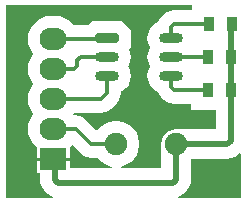
<source format=gtl>
G04*
G04 #@! TF.GenerationSoftware,Altium Limited,Altium Designer,21.0.9 (235)*
G04*
G04 Layer_Physical_Order=1*
G04 Layer_Color=255*
%FSTAX24Y24*%
%MOIN*%
G70*
G04*
G04 #@! TF.SameCoordinates,4053B660-B042-41B2-9039-F209D6E1977B*
G04*
G04*
G04 #@! TF.FilePolarity,Positive*
G04*
G01*
G75*
G04:AMPARAMS|DCode=14|XSize=78.7mil|YSize=35.4mil|CornerRadius=0mil|HoleSize=0mil|Usage=FLASHONLY|Rotation=0.000|XOffset=0mil|YOffset=0mil|HoleType=Round|Shape=Octagon|*
%AMOCTAGOND14*
4,1,8,0.0394,-0.0089,0.0394,0.0089,0.0305,0.0177,-0.0305,0.0177,-0.0394,0.0089,-0.0394,-0.0089,-0.0305,-0.0177,0.0305,-0.0177,0.0394,-0.0089,0.0*
%
%ADD14OCTAGOND14*%

%ADD15O,0.0787X0.0354*%
%ADD16R,0.0354X0.0512*%
%ADD23C,0.0197*%
%ADD24C,0.0118*%
%ADD25C,0.0150*%
%ADD26O,0.0900X0.0750*%
%ADD27R,0.0900X0.0750*%
%ADD28C,0.0750*%
G36*
X040679Y036207D02*
X040064D01*
X040064Y036207D01*
X039946Y036191D01*
X039836Y036145D01*
X039741Y036073D01*
X039741Y036073D01*
X039653Y035985D01*
X039581Y03589D01*
X039547Y03581D01*
X039472Y035779D01*
X039352Y035687D01*
X039261Y035568D01*
X039203Y035429D01*
X039184Y03528D01*
X039203Y035131D01*
X039261Y034992D01*
X039282Y034965D01*
X039261Y034938D01*
X039203Y034799D01*
X039184Y03465D01*
X039203Y034501D01*
X039261Y034362D01*
X039282Y034335D01*
X039261Y034308D01*
X039203Y034169D01*
X039184Y03402D01*
X039203Y033871D01*
X039261Y033732D01*
X039352Y033613D01*
X039472Y033521D01*
X039547Y03349D01*
X039581Y03341D01*
X039653Y033315D01*
X039741Y033227D01*
X039741Y033227D01*
X039836Y033155D01*
X039946Y033109D01*
X040064Y033093D01*
X040064Y033093D01*
X040655D01*
Y0329D01*
X041478D01*
Y032246D01*
X04015D01*
X040022Y032229D01*
X039902Y03218D01*
X039799Y032101D01*
X03972Y031998D01*
X039671Y031878D01*
X039654Y03175D01*
Y030946D01*
X038306D01*
X038301Y030996D01*
X038374Y031011D01*
X038514Y031069D01*
X03864Y031153D01*
X038747Y03126D01*
X038831Y031386D01*
X038889Y031526D01*
X038919Y031674D01*
Y031826D01*
X038889Y031974D01*
X038831Y032114D01*
X038747Y03224D01*
X03864Y032347D01*
X038514Y032431D01*
X038374Y032489D01*
X038226Y032519D01*
X038074D01*
X037926Y032489D01*
X037786Y032431D01*
X03766Y032347D01*
X037553Y03224D01*
X037536Y032215D01*
X037484Y032211D01*
X037123Y032573D01*
X037028Y032645D01*
X036918Y032691D01*
X0368Y032707D01*
X0368Y032707D01*
X036745D01*
X036709Y03275D01*
X036745Y032793D01*
X03765D01*
X03765Y032793D01*
X037768Y032809D01*
X037878Y032855D01*
X037973Y032927D01*
X038173Y033127D01*
X038173Y033127D01*
X038245Y033222D01*
X038291Y033332D01*
X038307Y03345D01*
X038307Y03345D01*
Y033502D01*
X038354Y033521D01*
X038474Y033613D01*
X038565Y033732D01*
X038623Y033871D01*
X038642Y03402D01*
X038623Y034169D01*
X038565Y034308D01*
X038544Y034335D01*
X038565Y034362D01*
X038623Y034501D01*
X038642Y03465D01*
X038623Y034799D01*
X03857Y034927D01*
X038637Y034994D01*
Y035565D01*
X038352Y035851D01*
X037348D01*
X037219Y035722D01*
X036732D01*
X036671Y035796D01*
X036554Y035892D01*
X036421Y035964D01*
X036276Y036008D01*
X036125Y036022D01*
X035975D01*
X035824Y036008D01*
X035679Y035964D01*
X035546Y035892D01*
X035429Y035796D01*
X035333Y035679D01*
X035261Y035546D01*
X035217Y035401D01*
X035203Y03525D01*
X035217Y035099D01*
X035261Y034954D01*
X035333Y034821D01*
X035391Y03475D01*
X035333Y034679D01*
X035261Y034546D01*
X035217Y034401D01*
X035203Y03425D01*
X035217Y034099D01*
X035261Y033954D01*
X035333Y033821D01*
X035391Y03375D01*
X035333Y033679D01*
X035261Y033546D01*
X035217Y033401D01*
X035203Y03325D01*
X035217Y033099D01*
X035261Y032954D01*
X035333Y032821D01*
X035391Y03275D01*
X035333Y032679D01*
X035261Y032546D01*
X035217Y032401D01*
X035203Y03225D01*
X035217Y032099D01*
X035261Y031954D01*
X035333Y031821D01*
X035429Y031704D01*
X0355Y031645D01*
Y0313D01*
X03605D01*
X0366D01*
Y031645D01*
X036671Y031704D01*
X036699Y031705D01*
X036977Y031427D01*
X036977Y031427D01*
X037072Y031355D01*
X037182Y031309D01*
X0373Y031293D01*
X0373Y031293D01*
X037531D01*
X037553Y03126D01*
X03766Y031153D01*
X037786Y031069D01*
X037926Y031011D01*
X037999Y030996D01*
X037994Y030946D01*
X0366D01*
Y0312D01*
X03605D01*
X0355D01*
Y030775D01*
X035604D01*
Y030565D01*
X035621Y030437D01*
X03567Y030317D01*
X035749Y030214D01*
X035864Y030099D01*
X035967Y03002D01*
X036029Y029995D01*
X036019Y029945D01*
X034472D01*
Y036394D01*
X040679D01*
Y036207D01*
D02*
G37*
G36*
X0423Y031424D02*
Y029945D01*
X040231D01*
X040221Y029995D01*
X040283Y03002D01*
X040386Y030099D01*
X040501Y030214D01*
X04058Y030317D01*
X040629Y030437D01*
X040646Y030565D01*
Y031254D01*
X041859D01*
X041987Y031271D01*
X042107Y03132D01*
X04221Y031399D01*
X042253Y031443D01*
X0423Y031424D01*
D02*
G37*
D14*
X03785Y03528D02*
D03*
D15*
Y03465D02*
D03*
Y03402D02*
D03*
X039976Y03528D02*
D03*
Y03465D02*
D03*
Y03402D02*
D03*
D16*
X041998Y03575D02*
D03*
X04125D02*
D03*
X041974Y03465D02*
D03*
X041226D02*
D03*
X041974Y03355D02*
D03*
X041226D02*
D03*
D23*
X04015Y030565D02*
Y03175D01*
X036215Y03045D02*
X040035D01*
X0361Y030565D02*
Y0312D01*
Y030565D02*
X036215Y03045D01*
X040035D02*
X04015Y030565D01*
X03605Y03525D02*
X036065Y035265D01*
X041974Y031865D02*
Y03465D01*
X041859Y03175D02*
X041974Y031865D01*
X04015Y03175D02*
X041859D01*
X03605Y03125D02*
X0361Y0312D01*
X03605Y03425D02*
X03615Y03415D01*
X037835Y035265D02*
X03785Y03528D01*
X041986Y034662D02*
Y035738D01*
D24*
X036065Y035265D02*
X037835D01*
X036965Y03465D02*
X03785D01*
X03605Y03425D02*
X036735D01*
X03685Y034365D01*
Y034535D01*
X036965Y03465D01*
X03785Y03345D02*
Y03402D01*
X03605Y03325D02*
X03765D01*
X03785Y03345D01*
X0368Y03225D02*
X0373Y03175D01*
X03815D01*
X03605Y03225D02*
X0368D01*
X039976Y033638D02*
X040064Y03355D01*
X039976Y033638D02*
Y03402D01*
X041226Y03355D02*
X041226Y03355D01*
X040064Y03355D02*
X041226D01*
X039976Y03465D02*
X041226D01*
X041226Y03465D01*
X040064Y03575D02*
X04125D01*
X039976Y035662D02*
X040064Y03575D01*
X039976Y03528D02*
Y035662D01*
X0378Y03397D02*
X03785Y03402D01*
D25*
X041986Y035738D02*
X041998Y03575D01*
X041974Y03465D02*
X041986Y034662D01*
D26*
X03605Y03525D02*
D03*
Y03225D02*
D03*
Y03325D02*
D03*
Y03425D02*
D03*
D27*
Y03125D02*
D03*
D28*
X04015Y03175D02*
D03*
X03815D02*
D03*
M02*

</source>
